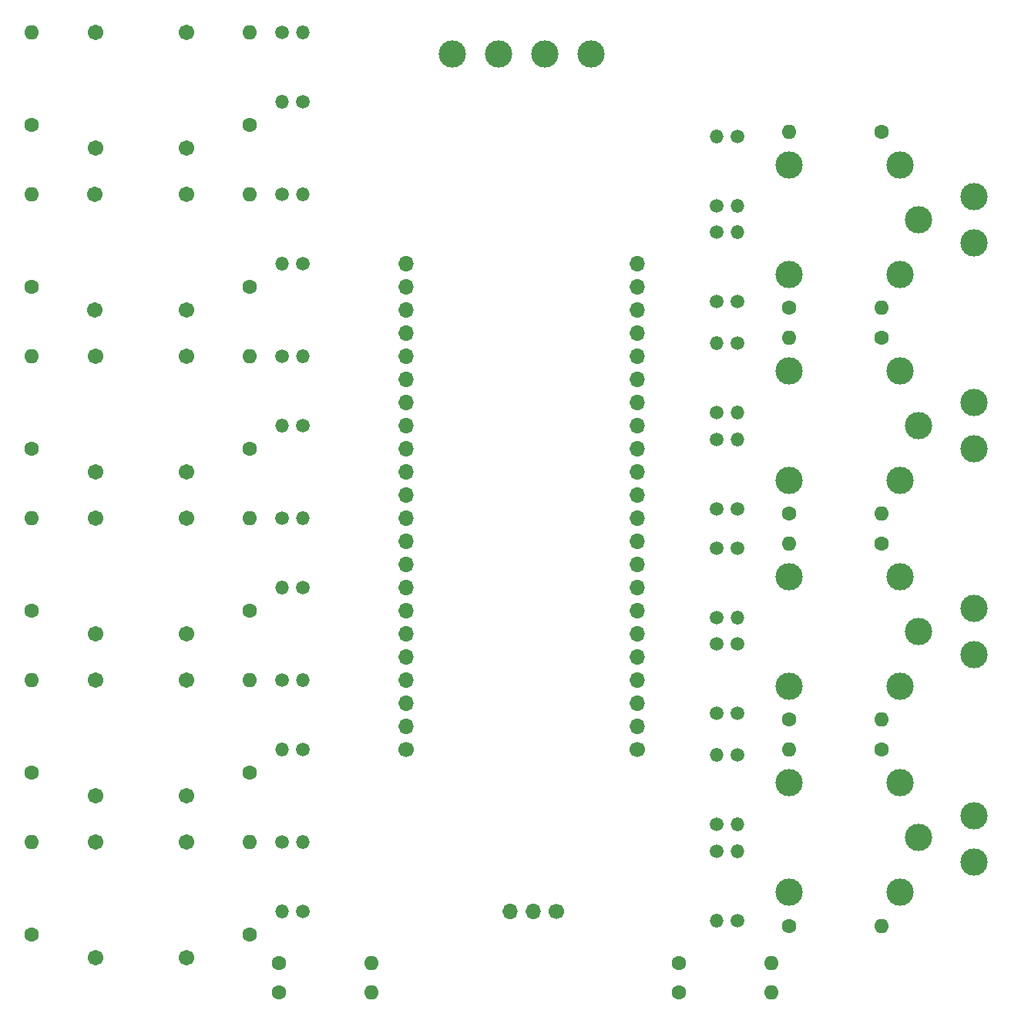
<source format=gbr>
%TF.GenerationSoftware,KiCad,Pcbnew,7.0.10*%
%TF.CreationDate,2024-03-05T20:19:53-03:00*%
%TF.ProjectId,board,626f6172-642e-46b6-9963-61645f706362,rev?*%
%TF.SameCoordinates,Original*%
%TF.FileFunction,Soldermask,Top*%
%TF.FilePolarity,Negative*%
%FSLAX46Y46*%
G04 Gerber Fmt 4.6, Leading zero omitted, Abs format (unit mm)*
G04 Created by KiCad (PCBNEW 7.0.10) date 2024-03-05 20:19:53*
%MOMM*%
%LPD*%
G01*
G04 APERTURE LIST*
%ADD10O,1.700000X1.700000*%
%ADD11C,1.700000*%
%ADD12C,3.000000*%
%ADD13O,1.500000X1.500000*%
%ADD14C,1.500000*%
%ADD15O,1.600000X1.600000*%
%ADD16C,1.600000*%
%ADD17C,1.712000*%
G04 APERTURE END LIST*
D10*
%TO.C,ESP32-S3_FRONT1*%
X70417000Y-52959000D03*
X70417000Y-55499000D03*
X70417000Y-58039000D03*
X70417000Y-60579000D03*
X70417000Y-63119000D03*
X70417000Y-65659000D03*
X70417000Y-68199000D03*
X70417000Y-70739000D03*
X70417000Y-73279000D03*
X70417000Y-75819000D03*
X70417000Y-78359000D03*
X70417000Y-80899000D03*
X70417000Y-83439000D03*
X70417000Y-85979000D03*
X70417000Y-88519000D03*
X70417000Y-91059000D03*
X70417000Y-93599000D03*
X70417000Y-96139000D03*
X70417000Y-98679000D03*
X70417000Y-101219000D03*
X70417000Y-103759000D03*
D11*
X70417000Y-106299000D03*
%TD*%
D12*
%TO.C,N  C*%
X85657000Y-29972000D03*
X90737000Y-29972000D03*
%TD*%
D13*
%TO.C,DZ14*%
X106812000Y-46609000D03*
D14*
X106812000Y-38989000D03*
%TD*%
D10*
%TO.C,ESP32-S3_BACK1*%
X95817000Y-52959000D03*
X95817000Y-55499000D03*
X95817000Y-58039000D03*
X95817000Y-60579000D03*
X95817000Y-63119000D03*
X95817000Y-65659000D03*
X95817000Y-68199000D03*
X95817000Y-70739000D03*
X95817000Y-73279000D03*
X95817000Y-75819000D03*
X95817000Y-78359000D03*
X95817000Y-80899000D03*
X95817000Y-83439000D03*
X95817000Y-85979000D03*
X95817000Y-88519000D03*
X95817000Y-91059000D03*
X95817000Y-93599000D03*
X95817000Y-96139000D03*
X95817000Y-98679000D03*
X95817000Y-101219000D03*
X95817000Y-103759000D03*
D11*
X95817000Y-106299000D03*
%TD*%
D15*
%TO.C,R11*%
X29269000Y-116459000D03*
D16*
X29269000Y-126619000D03*
%TD*%
D13*
%TO.C,DZ18*%
X106812000Y-69342000D03*
D14*
X106812000Y-61722000D03*
%TD*%
D13*
%TO.C,DZ20*%
X106812000Y-72263000D03*
D14*
X106812000Y-79883000D03*
%TD*%
D17*
%TO.C,T4*%
X46287000Y-80899000D03*
X46287000Y-93599000D03*
X36287000Y-93599000D03*
X36287000Y-80899000D03*
%TD*%
D15*
%TO.C,R23*%
X110568000Y-129794000D03*
D16*
X100408000Y-129794000D03*
%TD*%
D12*
%TO.C,Current N*%
X132811000Y-113569000D03*
X132811000Y-118649000D03*
%TD*%
D13*
%TO.C,DZ22*%
X106812000Y-91821000D03*
D14*
X106812000Y-84201000D03*
%TD*%
D13*
%TO.C,DZ25*%
X104526000Y-106934000D03*
D14*
X104526000Y-114554000D03*
%TD*%
D15*
%TO.C,R21*%
X66607000Y-129794000D03*
D16*
X56447000Y-129794000D03*
%TD*%
D14*
%TO.C,DZ19*%
X104526000Y-79883000D03*
X104526000Y-72263000D03*
%TD*%
%TO.C,DZ24*%
X106812000Y-94742000D03*
X106812000Y-102362000D03*
%TD*%
D13*
%TO.C,DZ2*%
X59114000Y-27559000D03*
D14*
X59114000Y-35179000D03*
%TD*%
D12*
%TO.C,K1*%
X124727000Y-54133000D03*
X124727000Y-42133000D03*
X112527000Y-42133000D03*
X112527000Y-54133000D03*
X126727000Y-48133000D03*
%TD*%
D13*
%TO.C,DZ7*%
X56828000Y-88519000D03*
D14*
X56828000Y-80899000D03*
%TD*%
%TO.C,DZ15*%
X104526000Y-57150000D03*
X104526000Y-49530000D03*
%TD*%
D12*
%TO.C,Current C*%
X132811000Y-90836000D03*
X132811000Y-95916000D03*
%TD*%
D17*
%TO.C,T2*%
X46277000Y-45339000D03*
X46277000Y-58039000D03*
X36277000Y-58039000D03*
X36277000Y-45339000D03*
%TD*%
%TO.C,T3*%
X46287000Y-63119000D03*
X46287000Y-75819000D03*
X36287000Y-75819000D03*
X36287000Y-63119000D03*
%TD*%
D12*
%TO.C,Current B*%
X132811000Y-68230000D03*
X132811000Y-73310000D03*
%TD*%
D13*
%TO.C,DZ13*%
X104526000Y-38989000D03*
D14*
X104526000Y-46609000D03*
%TD*%
D15*
%TO.C,R17*%
X112527000Y-83693000D03*
D16*
X122687000Y-83693000D03*
%TD*%
D15*
%TO.C,R7*%
X29287000Y-80899000D03*
D16*
X29287000Y-91059000D03*
%TD*%
D11*
%TO.C,Current Level*%
X86912000Y-124104000D03*
D10*
X84372000Y-124104000D03*
X81832000Y-124104000D03*
%TD*%
D12*
%TO.C,Current A*%
X132811000Y-45624000D03*
X132811000Y-50704000D03*
%TD*%
D15*
%TO.C,R12*%
X53272000Y-116459000D03*
D16*
X53272000Y-126619000D03*
%TD*%
D15*
%TO.C,R15*%
X112527000Y-61087000D03*
D16*
X122687000Y-61087000D03*
%TD*%
D17*
%TO.C,T1*%
X46287000Y-27559000D03*
X46287000Y-40259000D03*
X36287000Y-40259000D03*
X36287000Y-27559000D03*
%TD*%
D13*
%TO.C,DZ10*%
X59114000Y-98679000D03*
D14*
X59114000Y-106299000D03*
%TD*%
D15*
%TO.C,R16*%
X122687000Y-80391000D03*
D16*
X112527000Y-80391000D03*
%TD*%
D15*
%TO.C,R6*%
X53272000Y-63119000D03*
D16*
X53272000Y-73279000D03*
%TD*%
D13*
%TO.C,DZ27*%
X104526000Y-125095000D03*
D14*
X104526000Y-117475000D03*
%TD*%
D13*
%TO.C,DZ3*%
X56828000Y-52959000D03*
D14*
X56828000Y-45339000D03*
%TD*%
D13*
%TO.C,DZ8*%
X59114000Y-80899000D03*
D14*
X59114000Y-88519000D03*
%TD*%
D12*
%TO.C,K4*%
X124727000Y-121982000D03*
X124727000Y-109982000D03*
X112527000Y-109982000D03*
X112527000Y-121982000D03*
X126727000Y-115982000D03*
%TD*%
D15*
%TO.C,R4*%
X53272000Y-45339000D03*
D16*
X53272000Y-55499000D03*
%TD*%
D15*
%TO.C,R10*%
X53272000Y-98679000D03*
D16*
X53272000Y-108839000D03*
%TD*%
D13*
%TO.C,DZ4*%
X59114000Y-45339000D03*
D14*
X59114000Y-52959000D03*
%TD*%
D12*
%TO.C,B  A*%
X75497000Y-29972000D03*
X80577000Y-29972000D03*
%TD*%
D15*
%TO.C,R22*%
X66607000Y-132969000D03*
D16*
X56447000Y-132969000D03*
%TD*%
D15*
%TO.C,R13*%
X112527000Y-38481000D03*
D16*
X122687000Y-38481000D03*
%TD*%
D15*
%TO.C,R1*%
X29287000Y-27559000D03*
D16*
X29287000Y-37719000D03*
%TD*%
D13*
%TO.C,DZ12*%
X59114000Y-116459000D03*
D14*
X59114000Y-124079000D03*
%TD*%
D13*
%TO.C,DZ16*%
X106812000Y-49530000D03*
D14*
X106812000Y-57150000D03*
%TD*%
D12*
%TO.C,K2*%
X124727000Y-76739000D03*
X124727000Y-64739000D03*
X112527000Y-64739000D03*
X112527000Y-76739000D03*
X126727000Y-70739000D03*
%TD*%
D13*
%TO.C,DZ28*%
X106812000Y-117475000D03*
D14*
X106812000Y-125095000D03*
%TD*%
D15*
%TO.C,R2*%
X53272000Y-27559000D03*
D16*
X53272000Y-37719000D03*
%TD*%
D14*
%TO.C,DZ23*%
X104526000Y-102362000D03*
X104526000Y-94742000D03*
%TD*%
D12*
%TO.C,K3*%
X124727000Y-99345000D03*
X124727000Y-87345000D03*
X112527000Y-87345000D03*
X112527000Y-99345000D03*
X126727000Y-93345000D03*
%TD*%
D15*
%TO.C,R3*%
X29287000Y-45339000D03*
D16*
X29287000Y-55499000D03*
%TD*%
D14*
%TO.C,DZ21*%
X104526000Y-84201000D03*
X104526000Y-91821000D03*
%TD*%
D13*
%TO.C,DZ5*%
X56828000Y-70729000D03*
D14*
X56828000Y-63109000D03*
%TD*%
D15*
%TO.C,R8*%
X53272000Y-80899000D03*
D16*
X53272000Y-91059000D03*
%TD*%
D17*
%TO.C,T5*%
X46287000Y-98679000D03*
X46287000Y-111379000D03*
X36287000Y-111379000D03*
X36287000Y-98679000D03*
%TD*%
D15*
%TO.C,R24*%
X110549000Y-132969000D03*
D16*
X100389000Y-132969000D03*
%TD*%
D15*
%TO.C,R20*%
X122687000Y-125730000D03*
D16*
X112527000Y-125730000D03*
%TD*%
D15*
%TO.C,R9*%
X29287000Y-98679000D03*
D16*
X29287000Y-108839000D03*
%TD*%
D15*
%TO.C,R18*%
X122687000Y-102997000D03*
D16*
X112527000Y-102997000D03*
%TD*%
D13*
%TO.C,DZ6*%
X59114000Y-63119000D03*
D14*
X59114000Y-70739000D03*
%TD*%
D13*
%TO.C,DZ26*%
X106812000Y-114554000D03*
D14*
X106812000Y-106934000D03*
%TD*%
D17*
%TO.C,T6*%
X46287000Y-116459000D03*
X46287000Y-129159000D03*
X36287000Y-129159000D03*
X36287000Y-116459000D03*
%TD*%
D13*
%TO.C,DZ11*%
X56823000Y-124074000D03*
D14*
X56823000Y-116454000D03*
%TD*%
D15*
%TO.C,R14*%
X122687000Y-57785000D03*
D16*
X112527000Y-57785000D03*
%TD*%
D15*
%TO.C,R5*%
X29287000Y-63119000D03*
D16*
X29287000Y-73279000D03*
%TD*%
D13*
%TO.C,DZ17*%
X104526000Y-61722000D03*
D14*
X104526000Y-69342000D03*
%TD*%
D13*
%TO.C,DZ9*%
X56828000Y-106299000D03*
D14*
X56828000Y-98679000D03*
%TD*%
D13*
%TO.C,DZ1*%
X56828000Y-35179000D03*
D14*
X56828000Y-27559000D03*
%TD*%
D15*
%TO.C,R19*%
X112527000Y-106299000D03*
D16*
X122687000Y-106299000D03*
%TD*%
M02*

</source>
